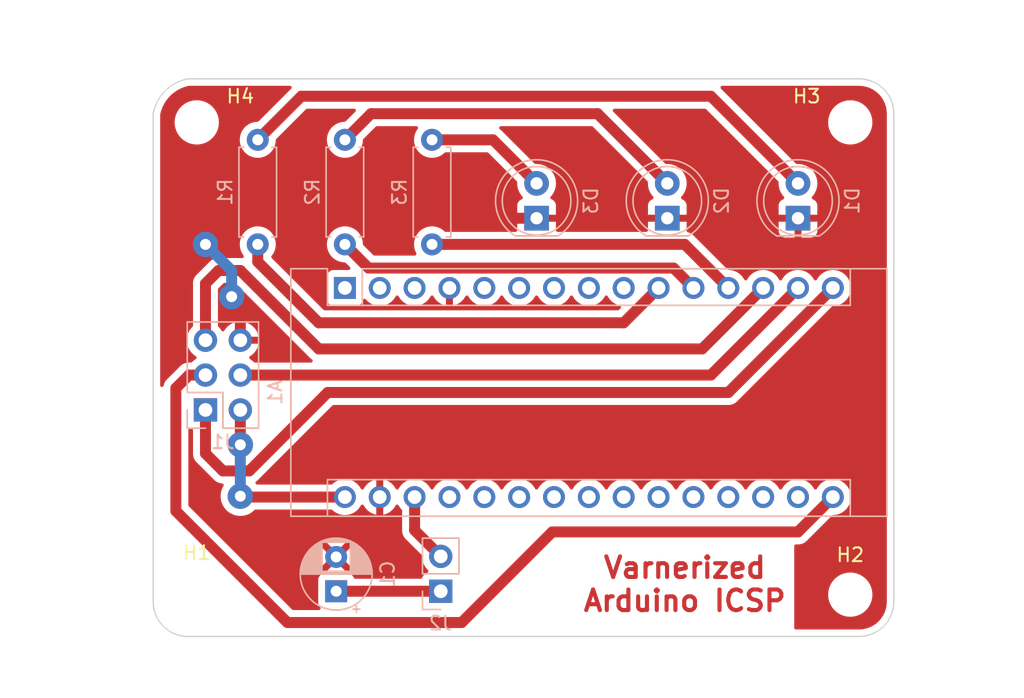
<source format=kicad_pcb>
(kicad_pcb (version 20211014) (generator pcbnew)
  (layers (0 "F.Cu" signal) (31 "B.Cu" signal) (34 "B.Paste" user) (35 "F.Paste" user) (36 "B.SilkS" user "B.Silkscreen") (37 "F.SilkS" user "F.Silkscreen") (38 "B.Mask" user) (39 "F.Mask" user) (44 "Edge.Cuts" user))
  (net 0 "")
  (net 4 "/GND")
  (net 10 "Net-(A1-Pad10)")
  (net 11 "Net-(A1-Pad11)")
  (net 12 "Net-(A1-Pad12)")
  (net 13 "Net-(A1-Pad13)")
  (net 14 "Net-(A1-Pad14)")
  (net 15 "Net-(A1-Pad15)")
  (net 16 "Net-(A1-Pad16)")
  (net 28 "Net-(A1-Pad28)")
  (net 29 "Net-(A1-Pad30)")
  (net 30 "Net-(D1-Pad2)")
  (net 31 "Net-(D2-Pad2)")
  (net 32 "Net-(D3-Pad2)")
  (net 33 "Net-(C1-Pad1)")
  (footprint "MountingHole:MountingHole_2.2mm_M2_DIN965" (layer "F.Cu") (at 156.845 31.115)
    (fp_text reference "H3" (at -3.175 -1.905) (layer "F.SilkS"))
    (fp_text value "MountingHole" hide)
    (pad "" np_thru_hole circle (at 0 0) (size 2.2 2.2) (drill 2.2) (layers *.Cu *.Mask))
  )
  (footprint "MountingHole:MountingHole_2.2mm_M2_DIN965" (layer "F.Cu") (at 109.22 65.532)
    (fp_text reference "H1" (at 0 -3.048) (layer "F.SilkS"))
    (fp_text value "MountingHole" hide)
    (pad "" np_thru_hole circle (at 0 0) (size 2.2 2.2) (drill 2.2) (layers *.Cu *.Mask))
  )
  (footprint "MountingHole:MountingHole_2.2mm_M2_DIN965" (layer "F.Cu") (at 109.22 31.115)
    (fp_text reference "H4" (at 3.175 -1.905) (layer "F.SilkS"))
    (fp_text value "MountingHole" hide)
    (pad "" np_thru_hole circle (at 0 0) (size 2.2 2.2) (drill 2.2) (layers *.Cu *.Mask))
  )
  (footprint "MountingHole:MountingHole_2.2mm_M2_DIN965" (layer "F.Cu") (at 156.845 65.532)
    (fp_text reference "H2" (at 0 -2.9) (layer "F.SilkS"))
    (fp_text value "MountingHole" hide)
    (pad "" np_thru_hole circle (at 0 0) (size 2.2 2.2) (drill 2.2) (layers *.Cu *.Mask))
  )
  (footprint "Resistor_THT:R_Axial_DIN0207_L6.3mm_D2.5mm_P7.62mm_Horizontal" (layer "B.Cu") (at 113.665 32.385 -90)
    (fp_text reference "R1" (at 3.81 2.37 90) (layer "B.SilkS") (effects (justify mirror)))
    (fp_text value "R420")
    (fp_line (start 0.54 1.37) (end 7.08 1.37) (layer "B.SilkS") (width 0.12))
    (fp_line (start 0.54 -1.37) (end 7.08 -1.37) (layer "B.SilkS") (width 0.12))
    (fp_line (start 7.08 1.37) (end 7.08 1.04) (layer "B.SilkS") (width 0.12))
    (fp_line (start 0.54 1.04) (end 0.54 1.37) (layer "B.SilkS") (width 0.12))
    (fp_line (start 7.08 -1.37) (end 7.08 -1.04) (layer "B.SilkS") (width 0.12))
    (fp_line (start 0.54 -1.04) (end 0.54 -1.37) (layer "B.SilkS") (width 0.12))
    (pad "1" thru_hole circle (at 0 0 270) (size 1.6 1.6) (drill 0.8) (layers *.Cu *.Mask) (net 30 "Net-(D1-Pad2)"))
    (pad "2" thru_hole oval (at 7.62 0 270) (size 1.6 1.6) (drill 0.8) (layers *.Cu *.Mask) (net 10 "Net-(A1-Pad10)"))
  )
  (footprint "Connector_PinHeader_2.54mm:PinHeader_1x02_P2.54mm_Vertical" (layer "B.Cu") (at 127 65.283)
    (fp_text reference "J2" (at 0 2.33) (layer "B.SilkS") (effects (justify mirror)))
    (fp_text value "Conn_01x02_Male")
    (fp_line (start -1.33 1.33) (end 0 1.33) (layer "B.SilkS") (width 0.12))
    (fp_line (start -1.33 -1.27) (end 1.33 -1.27) (layer "B.SilkS") (width 0.12))
    (fp_line (start -1.33 0) (end -1.33 1.33) (layer "B.SilkS") (width 0.12))
    (fp_line (start 1.33 -1.27) (end 1.33 -3.87) (layer "B.SilkS") (width 0.12))
    (fp_line (start -1.33 -1.27) (end -1.33 -3.87) (layer "B.SilkS") (width 0.12))
    (fp_line (start -1.33 -3.87) (end 1.33 -3.87) (layer "B.SilkS") (width 0.12))
    (pad "1" thru_hole rect locked (at 0 0) (size 1.7 1.7) (drill 1) (layers *.Cu *.Mask) (net 33 "Net-(C1-Pad1)"))
    (pad "2" thru_hole oval (at 0 -2.54) (size 1.7 1.7) (drill 1) (layers *.Cu *.Mask) (net 28 "Net-(A1-Pad28)"))
  )
  (footprint "Resistor_THT:R_Axial_DIN0207_L6.3mm_D2.5mm_P7.62mm_Horizontal" (layer "B.Cu") (at 120.015 32.385 -90)
    (fp_text reference "R2" (at 3.81 2.37 90) (layer "B.SilkS") (effects (justify mirror)))
    (fp_text value "R420")
    (fp_line (start 0.54 1.37) (end 7.08 1.37) (layer "B.SilkS") (width 0.12))
    (fp_line (start 0.54 -1.04) (end 0.54 -1.37) (layer "B.SilkS") (width 0.12))
    (fp_line (start 7.08 1.37) (end 7.08 1.04) (layer "B.SilkS") (width 0.12))
    (fp_line (start 0.54 1.04) (end 0.54 1.37) (layer "B.SilkS") (width 0.12))
    (fp_line (start 0.54 -1.37) (end 7.08 -1.37) (layer "B.SilkS") (width 0.12))
    (fp_line (start 7.08 -1.37) (end 7.08 -1.04) (layer "B.SilkS") (width 0.12))
    (pad "1" thru_hole circle (at 0 0 270) (size 1.6 1.6) (drill 0.8) (layers *.Cu *.Mask) (net 31 "Net-(D2-Pad2)"))
    (pad "2" thru_hole oval (at 7.62 0 270) (size 1.6 1.6) (drill 0.8) (layers *.Cu *.Mask) (net 11 "Net-(A1-Pad11)"))
  )
  (footprint "Resistor_THT:R_Axial_DIN0207_L6.3mm_D2.5mm_P7.62mm_Horizontal" (layer "B.Cu") (at 126.365 32.385 -90)
    (fp_text reference "R3" (at 3.81 2.37 90) (layer "B.SilkS") (effects (justify mirror)))
    (fp_text value "R420")
    (fp_line (start 7.08 1.37) (end 7.08 1.04) (layer "B.SilkS") (width 0.12))
    (fp_line (start 0.54 -1.37) (end 7.08 -1.37) (layer "B.SilkS") (width 0.12))
    (fp_line (start 0.54 1.37) (end 7.08 1.37) (layer "B.SilkS") (width 0.12))
    (fp_line (start 0.54 -1.04) (end 0.54 -1.37) (layer "B.SilkS") (width 0.12))
    (fp_line (start 7.08 -1.37) (end 7.08 -1.04) (layer "B.SilkS") (width 0.12))
    (fp_line (start 0.54 1.04) (end 0.54 1.37) (layer "B.SilkS") (width 0.12))
    (pad "1" thru_hole circle (at 0 0 270) (size 1.6 1.6) (drill 0.8) (layers *.Cu *.Mask) (net 32 "Net-(D3-Pad2)"))
    (pad "2" thru_hole oval (at 7.62 0 270) (size 1.6 1.6) (drill 0.8) (layers *.Cu *.Mask) (net 12 "Net-(A1-Pad12)"))
  )
  (footprint "LED_THT:LED_D5.0mm" (layer "B.Cu") (at 133.985 38.1 90)
    (fp_text reference "D3" (at 1.27 3.96 90) (layer "B.SilkS") (effects (justify mirror)))
    (fp_text value "LED")
    (fp_line (start -1.29 1.545) (end -1.29 -1.545) (layer "B.SilkS") (width 0.12))
    (fp_arc (start 4.26 -0.000462) (mid 2.072002 2.880433) (end -1.29 1.54483) (layer "B.SilkS") (width 0.12))
    (fp_arc (start -1.29 -1.54483) (mid 2.072002 -2.880433) (end 4.26 0.000462) (layer "B.SilkS") (width 0.12))
    (fp_circle (center 1.27 0) (end 3.77 0) (layer "B.SilkS") (width 0.12) (fill none))
    (pad "1" thru_hole rect (at 0 0 90) (size 1.8 1.8) (drill 0.9) (layers *.Cu *.Mask) (net 4 "/GND"))
    (pad "2" thru_hole circle (at 2.54 0 90) (size 1.8 1.8) (drill 0.9) (layers *.Cu *.Mask) (net 32 "Net-(D3-Pad2)"))
  )
  (footprint "Connector_PinHeader_2.54mm:PinHeader_2x03_P2.54mm_Vertical" (layer "B.Cu") (at 109.855 52.07)
    (fp_text reference "J1" (at 1.27 2.33) (layer "B.SilkS") (effects (justify mirror)))
    (fp_text value "Conn_02x03_Odd_Even" hide)
    (fp_line (start -1.33 -6.41) (end 3.87 -6.41) (layer "B.SilkS") (width 0.12))
    (fp_line (start -1.33 1.33) (end 0 1.33) (layer "B.SilkS") (width 0.12))
    (fp_line (start -1.33 0) (end -1.33 1.33) (layer "B.SilkS") (width 0.12))
    (fp_line (start -1.33 -1.27) (end 1.27 -1.27) (layer "B.SilkS") (width 0.12))
    (fp_line (start 1.27 -1.27) (end 1.27 1.33) (layer "B.SilkS") (width 0.12))
    (fp_line (start 3.87 1.33) (end 3.87 -6.41) (layer "B.SilkS") (width 0.12))
    (fp_line (start 1.27 1.33) (end 3.87 1.33) (layer "B.SilkS") (width 0.12))
    (fp_line (start -1.33 -1.27) (end -1.33 -6.41) (layer "B.SilkS") (width 0.12))
    (pad "1" thru_hole rect (at 0 0) (size 1.7 1.7) (drill 1) (layers *.Cu *.Mask) (net 15 "Net-(A1-Pad15)"))
    (pad "2" thru_hole oval (at 2.54 0) (size 1.7 1.7) (drill 1) (layers *.Cu *.Mask) (net 29 "Net-(A1-Pad30)"))
    (pad "3" thru_hole oval (at 0 -2.54) (size 1.7 1.7) (drill 1) (layers *.Cu *.Mask) (net 16 "Net-(A1-Pad16)"))
    (pad "4" thru_hole oval (at 2.54 -2.54) (size 1.7 1.7) (drill 1) (layers *.Cu *.Mask) (net 14 "Net-(A1-Pad14)"))
    (pad "5" thru_hole oval (at 0 -5.08) (size 1.7 1.7) (drill 1) (layers *.Cu *.Mask) (net 13 "Net-(A1-Pad13)"))
    (pad "6" thru_hole oval (at 2.54 -5.08) (size 1.7 1.7) (drill 1) (layers *.Cu *.Mask) (net 4 "/GND"))
  )
  (footprint "Module:Arduino_Nano" (layer "B.Cu") (at 120.015 43.18 -90)
    (fp_text reference "A1" (at 7.62 5.08 90) (layer "B.SilkS") (effects (justify mirror)))
    (fp_text value "Arduino_Nano_v3.x")
    (fp_line (start 1.27 1.27) (end -1.4 1.27) (layer "B.SilkS") (width 0.12))
    (fp_line (start 1.27 -1.27) (end -1.4 -1.27) (layer "B.SilkS") (width 0.12))
    (fp_line (start 1.27 -1.27) (end 1.27 1.27) (layer "B.SilkS") (width 0.12))
    (fp_line (start 13.97 -36.83) (end 16.64 -36.83) (layer "B.SilkS") (width 0.12))
    (fp_line (start -1.4 -39.5) (end 16.64 -39.5) (layer "B.SilkS") (width 0.12))
    (fp_line (start -1.4 -1.27) (end -1.4 -39.5) (layer "B.SilkS") (width 0.12))
    (fp_line (start 13.97 1.27) (end 16.64 1.27) (layer "B.SilkS") (width 0.12))
    (fp_line (start 16.64 3.94) (end -1.4 3.94) (layer "B.SilkS") (width 0.12))
    (fp_line (start 13.97 1.27) (end 13.97 -36.83) (layer "B.SilkS") (width 0.12))
    (fp_line (start 1.27 -1.27) (end 1.27 -36.83) (layer "B.SilkS") (width 0.12))
    (fp_line (start 16.64 -39.5) (end 16.64 3.94) (layer "B.SilkS") (width 0.12))
    (fp_line (start -1.4 3.94) (end -1.4 1.27) (layer "B.SilkS") (width 0.12))
    (fp_line (start 1.27 -36.83) (end -1.4 -36.83) (layer "B.SilkS") (width 0.12))
    (pad "1" thru_hole rect locked (at 0 0 270) (size 1.6 1.6) (drill 1) (layers *.Cu *.Mask))
    (pad "2" thru_hole oval locked (at 0 -2.54 270) (size 1.6 1.6) (drill 1) (layers *.Cu *.Mask))
    (pad "3" thru_hole oval locked (at 0 -5.08 270) (size 1.6 1.6) (drill 1) (layers *.Cu *.Mask))
    (pad "4" thru_hole oval locked (at 0 -7.62 270) (size 1.6 1.6) (drill 1) (layers *.Cu *.Mask) (net 4 "/GND"))
    (pad "5" thru_hole oval locked (at 0 -10.16 270) (size 1.6 1.6) (drill 1) (layers *.Cu *.Mask))
    (pad "6" thru_hole oval locked (at 0 -12.7 270) (size 1.6 1.6) (drill 1) (layers *.Cu *.Mask))
    (pad "7" thru_hole oval locked (at 0 -15.24 270) (size 1.6 1.6) (drill 1) (layers *.Cu *.Mask))
    (pad "8" thru_hole oval locked (at 0 -17.78 270) (size 1.6 1.6) (drill 1) (layers *.Cu *.Mask))
    (pad "9" thru_hole oval locked (at 0 -20.32 270) (size 1.6 1.6) (drill 1) (layers *.Cu *.Mask))
    (pad "10" thru_hole oval locked (at 0 -22.86 270) (size 1.6 1.6) (drill 1) (layers *.Cu *.Mask) (net 10 "Net-(A1-Pad10)"))
    (pad "11" thru_hole oval locked (at 0 -25.4 270) (size 1.6 1.6) (drill 1) (layers *.Cu *.Mask) (net 11 "Net-(A1-Pad11)"))
    (pad "12" thru_hole oval locked (at 0 -27.94 270) (size 1.6 1.6) (drill 1) (layers *.Cu *.Mask) (net 12 "Net-(A1-Pad12)"))
    (pad "13" thru_hole oval locked (at 0 -30.48 270) (size 1.6 1.6) (drill 1) (layers *.Cu *.Mask) (net 13 "Net-(A1-Pad13)"))
    (pad "14" thru_hole oval locked (at 0 -33.02 270) (size 1.6 1.6) (drill 1) (layers *.Cu *.Mask) (net 14 "Net-(A1-Pad14)"))
    (pad "15" thru_hole oval locked (at 0 -35.56 270) (size 1.6 1.6) (drill 1) (layers *.Cu *.Mask) (net 15 "Net-(A1-Pad15)"))
    (pad "16" thru_hole oval locked (at 15.24 -35.56 270) (size 1.6 1.6) (drill 1) (layers *.Cu *.Mask) (net 16 "Net-(A1-Pad16)"))
    (pad "17" thru_hole oval locked (at 15.24 -33.02 270) (size 1.6 1.6) (drill 1) (layers *.Cu *.Mask))
    (pad "18" thru_hole oval locked (at 15.24 -30.48 270) (size 1.6 1.6) (drill 1) (layers *.Cu *.Mask))
    (pad "19" thru_hole oval locked (at 15.24 -27.94 270) (size 1.6 1.6) (drill 1) (layers *.Cu *.Mask))
    (pad "20" thru_hole oval locked (at 15.24 -25.4 270) (size 1.6 1.6) (drill 1) (layers *.Cu *.Mask))
    (pad "21" thru_hole oval locked (at 15.24 -22.86 270) (size 1.6 1.6) (drill 1) (layers *.Cu *.Mask))
    (pad "22" thru_hole oval locked (at 15.24 -20.32 270) (size 1.6 1.6) (drill 1) (layers *.Cu *.Mask))
    (pad "23" thru_hole oval locked (at 15.24 -17.78 270) (size 1.6 1.6) (drill 1) (layers *.Cu *.Mask))
    (pad "24" thru_hole oval locked (at 15.24 -15.24 270) (size 1.6 1.6) (drill 1) (layers *.Cu *.Mask))
    (pad "25" thru_hole oval locked (at 15.24 -12.7 270) (size 1.6 1.6) (drill 1) (layers *.Cu *.Mask))
    (pad "26" thru_hole oval locked (at 15.24 -10.16 270) (size 1.6 1.6) (drill 1) (layers *.Cu *.Mask))
    (pad "27" thru_hole oval locked (at 15.24 -7.62 270) (size 1.6 1.6) (drill 1) (layers *.Cu *.Mask))
    (pad "28" thru_hole oval locked (at 15.24 -5.08 270) (size 1.6 1.6) (drill 1) (layers *.Cu *.Mask) (net 28 "Net-(A1-Pad28)"))
    (pad "29" thru_hole oval locked (at 15.24 -2.54 270) (size 1.6 1.6) (drill 1) (layers *.Cu *.Mask) (net 4 "/GND"))
    (pad "30" thru_hole oval locked (at 15.24 0 270) (size 1.6 1.6) (drill 1) (layers *.Cu *.Mask) (net 29 "Net-(A1-Pad30)"))
  )
  (footprint "LED_THT:LED_D5.0mm" (layer "B.Cu") (at 143.51 38.1 90)
    (fp_text reference "D2" (at 1.27 3.96 90) (layer "B.SilkS") (effects (justify mirror)))
    (fp_text value "LED")
    (fp_line (start -1.29 1.545) (end -1.29 -1.545) (layer "B.SilkS") (width 0.12))
    (fp_arc (start -1.29 -1.54483) (mid 2.072002 -2.880433) (end 4.26 0.000462) (layer "B.SilkS") (width 0.12))
    (fp_arc (start 4.26 -0.000462) (mid 2.072002 2.880433) (end -1.29 1.54483) (layer "B.SilkS") (width 0.12))
    (fp_circle (center 1.27 0) (end 3.77 0) (layer "B.SilkS") (width 0.12) (fill none))
    (pad "1" thru_hole rect (at 0 0 90) (size 1.8 1.8) (drill 0.9) (layers *.Cu *.Mask) (net 4 "/GND"))
    (pad "2" thru_hole circle (at 2.54 0 90) (size 1.8 1.8) (drill 0.9) (layers *.Cu *.Mask) (net 31 "Net-(D2-Pad2)"))
  )
  (footprint "Capacitor_THT:CP_Radial_D5.0mm_P2.50mm" (layer "B.Cu") (at 119.38 65.283 90)
    (fp_text reference "C1" (at 1.25 3.75 90) (layer "B.SilkS") (effects (justify mirror)))
    (fp_text value "C_Polarized")
    (fp_line (start 1.29 2.58) (end 1.29 -2.58) (layer "B.SilkS") (width 0.12))
    (fp_line (start 1.53 2.565) (end 1.53 1.04) (layer "B.SilkS") (width 0.12))
    (fp_line (start 2.371 2.329) (end 2.371 1.04) (layer "B.SilkS") (width 0.12))
    (fp_line (start 3.451 -1.04) (end 3.451 -1.383) (layer "B.SilkS") (width 0.12))
    (fp_line (start 3.491 1.319) (end 3.491 1.04) (layer "B.SilkS") (width 0.12))
    (fp_line (start 2.451 2.29) (end 2.451 1.04) (layer "B.SilkS") (width 0.12))
    (fp_line (start 2.691 -1.04) (end 2.691 -2.149) (layer "B.SilkS") (width 0.12))
    (fp_line (start 2.651 -1.04) (end 2.651 -2.175) (layer "B.SilkS") (width 0.12))
    (fp_line (start 1.69 2.543) (end 1.69 1.04) (layer "B.SilkS") (width 0.12))
    (fp_line (start 1.81 2.52) (end 1.81 1.04) (layer "B.SilkS") (width 0.12))
    (fp_line (start 2.851 -1.04) (end 2.851 -2.035) (layer "B.SilkS") (width 0.12))
    (fp_line (start 3.731 0.805) (end 3.731 -0.805) (layer "B.SilkS") (width 0.12))
    (fp_line (start 2.051 2.455) (end 2.051 1.04) (layer "B.SilkS") (width 0.12))
    (fp_line (start 3.091 -1.04) (end 3.091 -1.826) (layer "B.SilkS") (width 0.12))
    (fp_line (start 2.731 2.122) (end 2.731 1.04) (layer "B.SilkS") (width 0.12))
    (fp_line (start 1.53 -1.04) (end 1.53 -2.565) (layer "B.SilkS") (width 0.12))
    (fp_line (start 1.93 2.491) (end 1.93 1.04) (layer "B.SilkS") (width 0.12))
    (fp_line (start 1.61 -1.04) (end 1.61 -2.556) (layer "B.SilkS") (width 0.12))
    (fp_line (start 2.131 -1.04) (end 2.131 -2.428) (layer "B.SilkS") (width 0.12))
    (fp_line (start 1.85 2.511) (end 1.85 1.04) (layer "B.SilkS") (width 0.12))
    (fp_line (start 1.65 -1.04) (end 1.65 -2.55) (layer "B.SilkS") (width 0.12))
    (fp_line (start 3.571 1.178) (end 3.571 -1.178) (layer "B.SilkS") (width 0.12))
    (fp_line (start 2.931 1.971) (end 2.931 1.04) (layer "B.SilkS") (width 0.12))
    (fp_line (start 3.251 1.653) (end 3.251 1.04) (layer "B.SilkS") (width 0.12))
    (fp_line (start 2.131 2.428) (end 2.131 1.04) (layer "B.SilkS") (width 0.12))
    (fp_line (start 3.051 1.864) (end 3.051 1.04) (layer "B.SilkS") (width 0.12))
    (fp_line (start 1.77 2.528) (end 1.77 1.04) (layer "B.SilkS") (width 0.12))
    (fp_line (start 2.931 -1.04) (end 2.931 -1.971) (layer "B.SilkS") (width 0.12))
    (fp_line (start 3.291 -1.04) (end 3.291 -1.605) (layer "B.SilkS") (width 0.12))
    (fp_line (start 2.251 -1.04) (end 2.251 -2.382) (layer "B.SilkS") (width 0.12))
    (fp_line (start 2.331 -1.04) (end 2.331 -2.348) (layer "B.SilkS") (width 0.12))
    (fp_line (start 2.971 -1.04) (end 2.971 -1.937) (layer "B.SilkS") (width 0.12))
    (fp_line (start 3.651 1.011) (end 3.651 -1.011) (layer "B.SilkS") (width 0.12))
    (fp_line (start -1.304775 1.725) (end -1.304775 1.225) (layer "B.SilkS") (width 0.12))
    (fp_line (start 2.091 2.442) (end 2.091 1.04) (layer "B.SilkS") (width 0.12))
    (fp_line (start 2.291 2.365) (end 2.291 1.04) (layer "B.SilkS") (width 0.12))
    (fp_line (start 3.371 1.5) (end 3.371 1.04) (layer "B.SilkS") (width 0.12))
    (fp_line (start 2.851 2.035) (end 2.851 1.04) (layer "B.SilkS") (width 0.12))
    (fp_line (start 1.73 2.536) (end 1.73 1.04) (layer "B.SilkS") (width 0.12))
    (fp_line (start 1.971 2.48) (end 1.971 1.04) (layer "B.SilkS") (width 0.12))
    (fp_line (start 3.531 -1.04) (end 3.531 -1.251) (layer "B.SilkS") (width 0.12))
    (fp_line (start 1.57 2.561) (end 1.57 1.04) (layer "B.SilkS") (width 0.12))
    (fp_line (start 3.211 -1.04) (end 3.211 -1.699) (layer "B.SilkS") (width 0.12))
    (fp_line (start 2.491 -1.04) (end 2.491 -2.268) (layer "B.SilkS") (width 0.12))
    (fp_line (start 3.051 -1.04) (end 3.051 -1.864) (layer "B.SilkS") (width 0.12))
    (fp_line (start 2.571 2.224) (end 2.571 1.04) (layer "B.SilkS") (width 0.12))
    (fp_line (start 2.451 -1.04) (end 2.451 -2.29) (layer "B.SilkS") (width 0.12))
    (fp_line (start 3.171 -1.04) (end 3.171 -1.743) (layer "B.SilkS") (width 0.12))
    (fp_line (start 3.011 -1.04) (end 3.011 -1.901) (layer "B.SilkS") (width 0.12))
    (fp_line (start 2.891 -1.04) (end 2.891 -2.004) (layer "B.SilkS") (width 0.12))
    (fp_line (start 2.411 2.31) (end 2.411 1.04) (layer "B.SilkS") (width 0.12))
    (fp_line (start 1.45 2.573) (end 1.45 -2.573) (layer "B.SilkS") (width 0.12))
    (fp_line (start 1.89 -1.04) (end 1.89 -2.501) (layer "B.SilkS") (width 0.12))
    (fp_line (start 3.291 1.605) (end 3.291 1.04) (layer "B.SilkS") (width 0.12))
    (fp_line (start 2.691 2.149) (end 2.691 1.04) (layer "B.SilkS") (width 0.12))
    (fp_line (start 2.331 2.348) (end 2.331 1.04) (layer "B.SilkS") (width 0.12))
    (fp_line (start 2.291 -1.04) (end 2.291 -2.365) (layer "B.SilkS") (width 0.12))
    (fp_line (start 3.771 0.677) (end 3.771 -0.677) (layer "B.SilkS") (width 0.12))
    (fp_line (start 1.33 2.579) (end 1.33 -2.579) (layer "B.SilkS") (width 0.12))
    (fp_line (start 2.051 -1.04) (end 2.051 -2.455) (layer "B.SilkS") (width 0.12))
    (fp_line (start 1.69 -1.04) (end 1.69 -2.543) (layer "B.SilkS") (width 0.12))
    (fp_line (start 2.011 -1.04) (end 2.011 -2.468) (layer "B.SilkS") (width 0.12))
    (fp_line (start 3.331 1.554) (end 3.331 1.04) (layer "B.SilkS") (width 0.12))
    (fp_line (start 1.49 -1.04) (end 1.49 -2.569) (layer "B.SilkS") (width 0.12))
    (fp_line (start 2.531 -1.04) (end 2.531 -2.247) (layer "B.SilkS") (width 0.12))
    (fp_line (start 3.011 1.901) (end 3.011 1.04) (layer "B.SilkS") (width 0.12))
    (fp_line (start 3.691 0.915) (end 3.691 -0.915) (layer "B.SilkS") (width 0.12))
    (fp_line (start 1.85 -1.04) (end 1.85 -2.511) (layer "B.SilkS") (width 0.12))
    (fp_line (start 1.77 -1.04) (end 1.77 -2.528) (layer "B.SilkS") (width 0.12))
    (fp_line (start 1.41 2.576) (end 1.41 -2.576) (layer "B.SilkS") (width 0.12))
    (fp_line (start 2.531 2.247) (end 2.531 1.04) (layer "B.SilkS") (width 0.12))
    (fp_line (start 2.171 -1.04) (end 2.171 -2.414) (layer "B.SilkS") (width 0.12))
    (fp_line (start 3.371 -1.04) (end 3.371 -1.5) (layer "B.SilkS") (width 0.12))
    (fp_line (start 1.73 -1.04) (end 1.73 -2.536) (layer "B.SilkS") (width 0.12))
    (fp_line (start 1.37 2.578) (end 1.37 -2.578) (layer "B.SilkS") (width 0.12))
    (fp_line (start 3.331 -1.04) (end 3.331 -1.554) (layer "B.SilkS") (width 0.12))
    (fp_line (start 3.611 1.098) (end 3.611 -1.098) (layer "B.SilkS") (width 0.12))
    (fp_line (start 3.171 1.743) (end 3.171 1.04) (layer "B.SilkS") (width 0.12))
    (fp_line (start 1.57 -1.04) (end 1.57 -2.561) (layer "B.SilkS") (width 0.12))
    (fp_line (start 2.491 2.268) (end 2.491 1.04) (layer "B.SilkS") (width 0.12))
    (fp_line (start 2.651 2.175) (end 2.651 1.04) (layer "B.SilkS") (width 0.12))
    (fp_line (start 3.531 1.251) (end 3.531 1.04) (layer "B.SilkS") (width 0.12))
    (fp_line (start 1.971 -1.04) (end 1.971 -2.48) (layer "B.SilkS") (width 0.12))
    (fp_line (start 2.211 -1.04) (end 2.211 -2.398) (layer "B.SilkS") (width 0.12))
    (fp_line (start 2.611 -1.04) (end 2.611 -2.2) (layer "B.SilkS") (width 0.12))
    (fp_line (start -1.554775 1.475) (end -1.054775 1.475) (layer "B.SilkS") (width 0.12))
    (fp_line (start 2.811 2.065) (end 2.811 1.04) (layer "B.SilkS") (width 0.12))
    (fp_line (start 3.091 1.826) (end 3.091 1.04) (layer "B.SilkS") (width 0.12))
    (fp_line (start 1.65 2.55) (end 1.65 1.04) (layer "B.SilkS") (width 0.12))
    (fp_line (start 3.251 -1.04) (end 3.251 -1.653) (layer "B.SilkS") (width 0.12))
    (fp_line (start 1.49 2.569) (end 1.49 1.04) (layer "B.SilkS") (width 0.12))
    (fp_line (start 1.81 -1.04) (end 1.81 -2.52) (layer "B.SilkS") (width 0.12))
    (fp_line (start 2.571 -1.04) (end 2.571 -2.224) (layer "B.SilkS") (width 0.12))
    (fp_line (start 3.131 1.785) (end 3.131 1.04) (layer "B.SilkS") (width 0.12))
    (fp_line (start 2.611 2.2) (end 2.611 1.04) (layer "B.SilkS") (width 0.12))
    (fp_line (start 2.811 -1.04) (end 2.811 -2.065) (layer "B.SilkS") (width 0.12))
    (fp_line (start 2.011 2.468) (end 2.011 1.04) (layer "B.SilkS") (width 0.12))
    (fp_line (start 2.371 -1.04) (end 2.371 -2.329) (layer "B.SilkS") (width 0.12))
    (fp_line (start 2.251 2.382) (end 2.251 1.04) (layer "B.SilkS") (width 0.12))
    (fp_line (start 3.411 -1.04) (end 3.411 -1.443) (layer "B.SilkS") (width 0.12))
    (fp_line (start 1.93 -1.04) (end 1.93 -2.491) (layer "B.SilkS") (width 0.12))
    (fp_line (start 2.771 2.095) (end 2.771 1.04) (layer "B.SilkS") (width 0.12))
    (fp_line (start 3.811 0.518) (end 3.811 -0.518) (layer "B.SilkS") (width 0.12))
    (fp_line (start 2.771 -1.04) (end 2.771 -2.095) (layer "B.SilkS") (width 0.12))
    (fp_line (start 1.25 2.58) (end 1.25 -2.58) (layer "B.SilkS") (width 0.12))
    (fp_line (start 1.61 2.556) (end 1.61 1.04) (layer "B.SilkS") (width 0.12))
    (fp_line (start 3.451 1.383) (end 3.451 1.04) (layer "B.SilkS") (width 0.12))
    (fp_line (start 2.731 -1.04) (end 2.731 -2.122) (layer "B.SilkS") (width 0.12))
    (fp_line (start 1.89 2.501) (end 1.89 1.04) (layer "B.SilkS") (width 0.12))
    (fp_line (start 2.211 2.398) (end 2.211 1.04) (layer "B.SilkS") (width 0.12))
    (fp_line (start 2.971 1.937) (end 2.971 1.04) (layer "B.SilkS") (width 0.12))
    (fp_line (start 2.171 2.414) (end 2.171 1.04) (layer "B.SilkS") (width 0.12))
    (fp_line (start 3.411 1.443) (end 3.411 1.04) (layer "B.SilkS") (width 0.12))
    (fp_line (start 2.411 -1.04) (end 2.411 -2.31) (layer "B.SilkS") (width 0.12))
    (fp_line (start 3.491 -1.04) (end 3.491 -1.319) (layer "B.SilkS") (width 0.12))
    (fp_line (start 3.211 1.699) (end 3.211 1.04) (layer "B.SilkS") (width 0.12))
    (fp_line (start 2.891 2.004) (end 2.891 1.04) (layer "B.SilkS") (width 0.12))
    (fp_line (start 2.091 -1.04) (end 2.091 -2.442) (layer "B.SilkS") (width 0.12))
    (fp_line (start 3.851 0.284) (end 3.851 -0.284) (layer "B.SilkS") (width 0.12))
    (fp_line (start 3.131 -1.04) (end 3.131 -1.785) (layer "B.SilkS") (width 0.12))
    (fp_circle (center 1.25 0) (end 3.87 0) (layer "B.SilkS") (width 0.12) (fill none))
    (pad "1" thru_hole rect (at 0 0 90) (size 1.6 1.6) (drill 0.8) (layers *.Cu *.Mask) (net 33 "Net-(C1-Pad1)"))
    (pad "2" thru_hole circle (at 2.5 0 90) (size 1.6 1.6) (drill 0.8) (layers *.Cu *.Mask) (net 4 "/GND"))
  )
  (footprint "LED_THT:LED_D5.0mm" (layer "B.Cu") (at 153.035 38.1 90)
    (fp_text reference "D1" (at 1.27 3.96 90) (layer "B.SilkS") (effects (justify mirror)))
    (fp_text value "LED")
    (fp_line (start -1.29 1.545) (end -1.29 -1.545) (layer "B.SilkS") (width 0.12))
    (fp_arc (start 4.26 -0.000462) (mid 2.072002 2.880433) (end -1.29 1.54483) (layer "B.SilkS") (width 0.12))
    (fp_arc (start -1.29 -1.54483) (mid 2.072002 -2.880433) (end 4.26 0.000462) (layer "B.SilkS") (width 0.12))
    (fp_circle (center 1.27 0) (end 3.77 0) (layer "B.SilkS") (width 0.12) (fill none))
    (pad "1" thru_hole rect (at 0 0 90) (size 1.8 1.8) (drill 0.9) (layers *.Cu *.Mask) (net 4 "/GND"))
    (pad "2" thru_hole circle (at 2.54 0 90) (size 1.8 1.8) (drill 0.9) (layers *.Cu *.Mask) (net 30 "Net-(D1-Pad2)"))
  )
  (gr_line (start 157.48 68.58) (end 108.585 68.58) (layer "Edge.Cuts") (width 0.1))
  (gr_arc (start 160.02 66.04) (mid 159.276051 67.836051) (end 157.48 68.58) (layer "Edge.Cuts") (width 0.1))
  (gr_line (start 160.02 30.48) (end 160.02 66.04) (layer "Edge.Cuts") (width 0.1))
  (gr_line (start 106.045 66.04) (end 106.045 30.48) (layer "Edge.Cuts") (width 0.1))
  (gr_arc (start 108.585 68.58) (mid 106.788949 67.836051) (end 106.045 66.04) (layer "Edge.Cuts") (width 0.1))
  (gr_arc (start 106.045 30.48) (mid 106.923344 28.818344) (end 108.585 27.94) (layer "Edge.Cuts") (width 0.1))
  (gr_line (start 108.585 27.94) (end 157.48 27.94) (layer "Edge.Cuts") (width 0.1))
  (gr_arc (start 157.48 27.94) (mid 159.276051 28.683949) (end 160.02 30.48) (layer "Edge.Cuts") (width 0.1))
  (gr_text "Varnerized\nArduino ICSP" (at 144.78 64.77) (layer "F.Cu") (effects (font (size 1.5 1.5) (thickness 0.3))))
  (segment (start 112.395 44.45) (end 111.76 43.815) (width 0.8) (layer "F.Cu") (net 4))
  (segment (start 112.395 46.99) (end 112.395 44.45) (width 0.8) (layer "F.Cu") (net 4))
  (segment (start 109.855 40.005) (end 111.76 38.1) (width 0.8) (layer "F.Cu") (net 4))
  (segment (start 111.76 38.1) (end 133.985 38.1) (width 0.8) (layer "F.Cu") (net 4))
  (via (at 109.855 40.005) (size 1.85) (drill 0.8) (layers "F.Cu" "B.Cu") (net 4))
  (via (at 111.76 43.815) (size 1.85) (drill 0.8) (layers "F.Cu" "B.Cu") (net 4))
  (segment (start 111.76 43.815) (end 111.76 41.91) (width 0.8) (layer "B.Cu") (net 4))
  (segment (start 111.76 41.91) (end 109.855 40.005) (width 0.8) (layer "B.Cu") (net 4))
  (segment (start 113.665 41.275) (end 113.665 40.005) (width 0.8) (layer "F.Cu") (net 10))
  (segment (start 118.11 45.72) (end 113.665 41.275) (width 0.8) (layer "F.Cu") (net 10))
  (segment (start 140.335 45.72) (end 118.11 45.72) (width 0.8) (layer "F.Cu") (net 10))
  (segment (start 142.875 43.18) (end 140.335 45.72) (width 0.8) (layer "F.Cu") (net 10))
  (segment (start 143.965489 41.730489) (end 121.740489 41.730489) (width 0.8) (layer "F.Cu") (net 11))
  (segment (start 121.740489 41.730489) (end 120.015 40.005) (width 0.8) (layer "F.Cu") (net 11))
  (segment (start 145.415 43.18) (end 143.965489 41.730489) (width 0.8) (layer "F.Cu") (net 11))
  (segment (start 126.365 40.005) (end 144.78 40.005) (width 0.8) (layer "F.Cu") (net 12))
  (segment (start 144.78 40.005) (end 147.955 43.18) (width 0.8) (layer "F.Cu") (net 12))
  (segment (start 110.8075 41.91) (end 109.855 42.8625) (width 0.8) (layer "F.Cu") (net 13))
  (segment (start 109.855 42.8625) (end 109.855 46.99) (width 0.8) (layer "F.Cu") (net 13))
  (segment (start 146.05 47.625) (end 118.11 47.625) (width 0.8) (layer "F.Cu") (net 13))
  (segment (start 112.395 41.91) (end 110.8075 41.91) (width 0.8) (layer "F.Cu") (net 13))
  (segment (start 118.11 47.625) (end 112.395 41.91) (width 0.8) (layer "F.Cu") (net 13))
  (segment (start 150.495 43.18) (end 146.05 47.625) (width 0.8) (layer "F.Cu") (net 13))
  (segment (start 153.035 43.18) (end 146.685 49.53) (width 0.8) (layer "F.Cu") (net 14))
  (segment (start 146.685 49.53) (end 112.395 49.53) (width 0.8) (layer "F.Cu") (net 14))
  (segment (start 155.575 43.18) (end 147.955 50.8) (width 0.8) (layer "F.Cu") (net 15))
  (segment (start 111.125011 56.515011) (end 109.855 55.245) (width 0.8) (layer "F.Cu") (net 15))
  (segment (start 118.762196 50.8) (end 113.047185 56.515011) (width 0.8) (layer "F.Cu") (net 15))
  (segment (start 113.047185 56.515011) (end 111.125011 56.515011) (width 0.8) (layer "F.Cu") (net 15))
  (segment (start 147.955 50.8) (end 118.762196 50.8) (width 0.8) (layer "F.Cu") (net 15))
  (segment (start 109.855 55.245) (end 109.855 52.07) (width 0.8) (layer "F.Cu") (net 15))
  (segment (start 135.128 60.96) (end 128.524 67.564) (width 0.8) (layer "F.Cu") (net 16))
  (segment (start 107.696 50.48692) (end 108.65292 49.53) (width 0.8) (layer "F.Cu") (net 16))
  (segment (start 153.035 60.96) (end 135.128 60.96) (width 0.8) (layer "F.Cu") (net 16))
  (segment (start 128.524 67.564) (end 115.824 67.564) (width 0.8) (layer "F.Cu") (net 16))
  (segment (start 115.824 67.564) (end 107.696 59.436) (width 0.8) (layer "F.Cu") (net 16))
  (segment (start 108.65292 49.53) (end 109.855 49.53) (width 0.8) (layer "F.Cu") (net 16))
  (segment (start 155.575 58.42) (end 153.035 60.96) (width 0.8) (layer "F.Cu") (net 16))
  (segment (start 107.696 59.436) (end 107.696 50.48692) (width 0.8) (layer "F.Cu") (net 16))
  (segment (start 125.095 60.838) (end 127 62.743) (width 0.8) (layer "F.Cu") (net 28))
  (segment (start 125.095 58.42) (end 125.095 60.838) (width 0.8) (layer "F.Cu") (net 28))
  (segment (start 112.519989 58.42) (end 120.015 58.42) (width 0.8) (layer "F.Cu") (net 29))
  (segment (start 112.395 54.9405) (end 112.395 54.61) (width 0.8) (layer "F.Cu") (net 29))
  (segment (start 112.395 54.61) (end 112.395 52.07) (width 0.8) (layer "F.Cu") (net 29))
  (segment (start 112.395 58.295011) (end 112.395 58.357505) (width 0.8) (layer "F.Cu") (net 29))
  (segment (start 112.395 58.357505) (end 112.519989 58.42) (width 0.8) (layer "F.Cu") (net 29))
  (via (at 112.395 54.61) (size 1.85) (drill 0.8) (layers "F.Cu" "B.Cu") (net 29))
  (via (at 112.395 58.357505) (size 1.85) (drill 0.8) (layers "F.Cu" "B.Cu") (net 29))
  (segment (start 112.395 58.357505) (end 112.395 54.61) (width 0.8) (layer "B.Cu") (net 29))
  (segment (start 146.685 29.21) (end 153.035 35.56) (width 0.8) (layer "F.Cu") (net 30))
  (segment (start 116.84 29.21) (end 146.685 29.21) (width 0.8) (layer "F.Cu") (net 30))
  (segment (start 113.665 32.385) (end 116.84 29.21) (width 0.8) (layer "F.Cu") (net 30))
  (segment (start 138.43 30.48) (end 143.51 35.56) (width 0.8) (layer "F.Cu") (net 31))
  (segment (start 121.92 30.48) (end 138.43 30.48) (width 0.8) (layer "F.Cu") (net 31))
  (segment (start 120.015 32.385) (end 121.92 30.48) (width 0.8) (layer "F.Cu") (net 31))
  (segment (start 130.81 32.385) (end 126.365 32.385) (width 0.8) (layer "F.Cu") (net 32))
  (segment (start 133.985 35.56) (end 130.81 32.385) (width 0.8) (layer "F.Cu") (net 32))
  (segment (start 119.907888 65.283) (end 119.888 65.302888) (width 0.8) (layer "F.Cu") (net 33))
  (segment (start 119.38 65.283) (end 127 65.283) (width 0.8) (layer "F.Cu") (net 33))
  (zone (net 4) (net_name "/GND") (layer "F.Cu") (connect_pads (clearance 0.508)) (min_thickness 0.254) (fill yes (thermal_gap 0.508) (thermal_bridge_width 0.508))
    (polygon (pts (xy 160.02 68.58) (xy 106.045 68.58) (xy 106.045 27.94) (xy 160.02 27.94)))
  )
)
</source>
